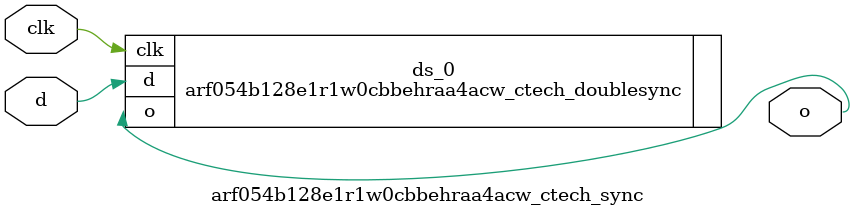
<source format=sv>

`ifndef ARF054B128E1R1W0CBBEHRAA4ACW_CTECH_SYNC_SV
`define ARF054B128E1R1W0CBBEHRAA4ACW_CTECH_SYNC_SV

module arf054b128e1r1w0cbbehraa4acw_ctech_sync (
  input  logic  clk,
  input  logic  d,

  output logic  o
);

  arf054b128e1r1w0cbbehraa4acw_ctech_doublesync ds_0 (.o(o), .d(d), .clk(clk));

endmodule // arf054b128e1r1w0cbbehraa4acw_ctech_sync

`endif // ARF054B128E1R1W0CBBEHRAA4ACW_CTECH_SYNC_SV
</source>
